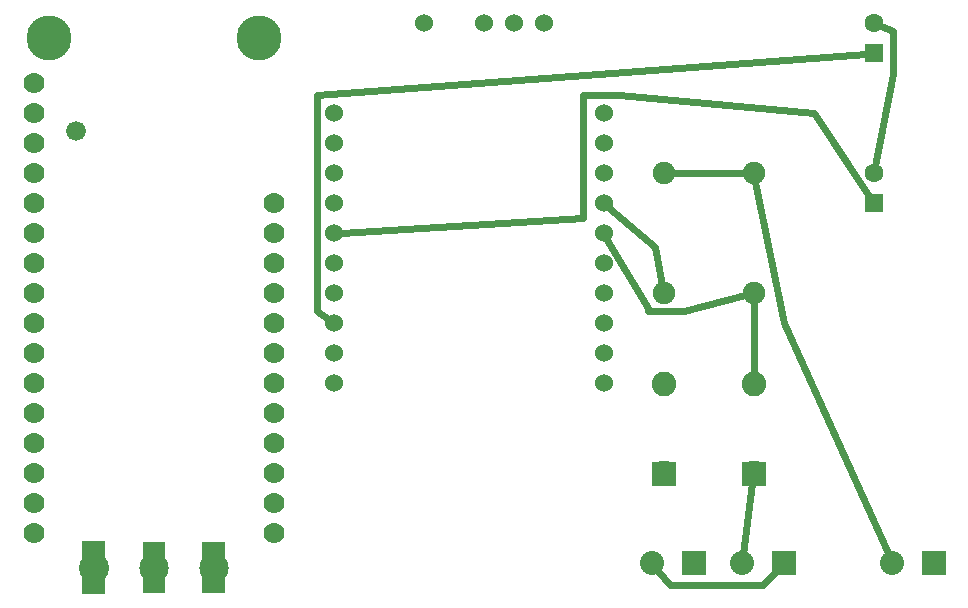
<source format=gbl>
G04 MADE WITH FRITZING*
G04 WWW.FRITZING.ORG*
G04 DOUBLE SIDED*
G04 HOLES PLATED*
G04 CONTOUR ON CENTER OF CONTOUR VECTOR*
%ASAXBY*%
%FSLAX23Y23*%
%MOIN*%
%OFA0B0*%
%SFA1.0B1.0*%
%ADD10C,0.082000*%
%ADD11C,0.062992*%
%ADD12C,0.080000*%
%ADD13C,0.060000*%
%ADD14C,0.075000*%
%ADD15C,0.070000*%
%ADD16C,0.098425*%
%ADD17C,0.150000*%
%ADD18C,0.100000*%
%ADD19C,0.066000*%
%ADD20R,0.082000X0.082000*%
%ADD21R,0.062992X0.062992*%
%ADD22R,0.080000X0.080000*%
%ADD23C,0.024000*%
%ADD24R,0.001000X0.001000*%
%LNCOPPER0*%
G90*
G70*
G54D10*
X2620Y718D03*
X2620Y1016D03*
X2320Y718D03*
X2320Y1016D03*
G54D11*
X3020Y2119D03*
X3020Y2218D03*
X3020Y1619D03*
X3020Y1718D03*
G54D12*
X3220Y418D03*
X3083Y418D03*
X2420Y418D03*
X2283Y418D03*
X2720Y418D03*
X2583Y418D03*
G54D13*
X1220Y1018D03*
X1220Y1118D03*
X1221Y1218D03*
X1221Y1318D03*
X1220Y1418D03*
X1220Y1518D03*
X1220Y1618D03*
X1220Y1718D03*
X1220Y1818D03*
X1220Y1918D03*
X2120Y1018D03*
X2120Y1118D03*
X2120Y1218D03*
X2120Y1318D03*
X2120Y1418D03*
X2120Y1518D03*
X2120Y1618D03*
X2120Y1718D03*
X2120Y1818D03*
X2120Y1918D03*
X1520Y2218D03*
X1720Y2218D03*
X1820Y2218D03*
X1920Y2218D03*
G54D14*
X2620Y1318D03*
X2620Y1718D03*
X2320Y1318D03*
X2320Y1718D03*
G54D15*
X1020Y1418D03*
G54D16*
X820Y403D03*
G54D17*
X270Y2168D03*
G54D16*
X622Y403D03*
G54D18*
X420Y403D03*
G54D19*
X360Y1858D03*
G54D15*
X1020Y1218D03*
X220Y2018D03*
X1020Y1618D03*
X220Y1918D03*
X220Y1818D03*
X220Y1718D03*
X220Y1618D03*
X220Y1518D03*
X220Y1418D03*
X1020Y1118D03*
X220Y1318D03*
X1020Y1318D03*
X220Y1218D03*
X1020Y1518D03*
X220Y1118D03*
G54D17*
X970Y2168D03*
G54D15*
X220Y1018D03*
X220Y918D03*
X220Y818D03*
X220Y718D03*
X220Y618D03*
X220Y518D03*
X1020Y518D03*
X1020Y618D03*
X1020Y718D03*
X1020Y818D03*
X1020Y918D03*
X1020Y1018D03*
G54D20*
X2620Y717D03*
X2320Y717D03*
G54D21*
X3020Y2119D03*
X3020Y1619D03*
G54D22*
X3220Y418D03*
X2420Y418D03*
X2720Y418D03*
G54D23*
X2616Y686D02*
X2586Y449D01*
D02*
X2821Y1918D02*
X2172Y1978D01*
D02*
X3005Y1642D02*
X2821Y1918D01*
D02*
X2172Y1978D02*
X2052Y1978D01*
X2052Y1978D02*
X2052Y1570D01*
X2052Y1570D02*
X1245Y1519D01*
D02*
X2139Y1602D02*
X2292Y1474D01*
X2292Y1474D02*
X2315Y1346D01*
D02*
X2620Y1048D02*
X2620Y1289D01*
D02*
X2133Y1496D02*
X2268Y1270D01*
X2268Y1270D02*
X2268Y1258D01*
X2268Y1258D02*
X2388Y1258D01*
X2388Y1258D02*
X2593Y1311D01*
D02*
X2592Y1718D02*
X2349Y1718D01*
D02*
X2722Y1219D02*
X2626Y1690D01*
D02*
X3070Y446D02*
X2722Y1219D01*
D02*
X1200Y1232D02*
X1164Y1258D01*
X1164Y1258D02*
X1164Y1978D01*
X1164Y1978D02*
X2994Y2117D01*
D02*
X2302Y394D02*
X2340Y346D01*
X2340Y346D02*
X2652Y346D01*
X2652Y346D02*
X2699Y395D01*
D02*
X3045Y2208D02*
X3084Y2194D01*
X3084Y2194D02*
X3084Y2050D01*
X3084Y2050D02*
X3025Y1744D01*
G54D24*
X383Y491D02*
X457Y491D01*
X382Y490D02*
X457Y490D01*
X585Y490D02*
X658Y490D01*
X783Y490D02*
X856Y490D01*
X382Y489D02*
X457Y489D01*
X585Y489D02*
X659Y489D01*
X783Y489D02*
X857Y489D01*
X382Y488D02*
X457Y488D01*
X585Y488D02*
X659Y488D01*
X783Y488D02*
X857Y488D01*
X382Y487D02*
X457Y487D01*
X585Y487D02*
X659Y487D01*
X783Y487D02*
X857Y487D01*
X382Y486D02*
X457Y486D01*
X585Y486D02*
X659Y486D01*
X783Y486D02*
X857Y486D01*
X382Y485D02*
X457Y485D01*
X585Y485D02*
X659Y485D01*
X783Y485D02*
X857Y485D01*
X382Y484D02*
X457Y484D01*
X585Y484D02*
X659Y484D01*
X783Y484D02*
X857Y484D01*
X382Y483D02*
X457Y483D01*
X585Y483D02*
X659Y483D01*
X783Y483D02*
X857Y483D01*
X382Y482D02*
X457Y482D01*
X585Y482D02*
X659Y482D01*
X783Y482D02*
X857Y482D01*
X382Y481D02*
X457Y481D01*
X585Y481D02*
X659Y481D01*
X783Y481D02*
X857Y481D01*
X382Y480D02*
X457Y480D01*
X585Y480D02*
X659Y480D01*
X783Y480D02*
X857Y480D01*
X382Y479D02*
X457Y479D01*
X585Y479D02*
X659Y479D01*
X783Y479D02*
X857Y479D01*
X382Y478D02*
X457Y478D01*
X585Y478D02*
X659Y478D01*
X783Y478D02*
X857Y478D01*
X382Y477D02*
X457Y477D01*
X585Y477D02*
X659Y477D01*
X783Y477D02*
X857Y477D01*
X382Y476D02*
X457Y476D01*
X585Y476D02*
X659Y476D01*
X783Y476D02*
X857Y476D01*
X382Y475D02*
X457Y475D01*
X585Y475D02*
X659Y475D01*
X783Y475D02*
X857Y475D01*
X382Y474D02*
X457Y474D01*
X585Y474D02*
X659Y474D01*
X783Y474D02*
X857Y474D01*
X382Y473D02*
X457Y473D01*
X585Y473D02*
X659Y473D01*
X783Y473D02*
X857Y473D01*
X382Y472D02*
X457Y472D01*
X585Y472D02*
X659Y472D01*
X783Y472D02*
X857Y472D01*
X382Y471D02*
X457Y471D01*
X585Y471D02*
X659Y471D01*
X783Y471D02*
X857Y471D01*
X382Y470D02*
X457Y470D01*
X585Y470D02*
X659Y470D01*
X783Y470D02*
X857Y470D01*
X382Y469D02*
X457Y469D01*
X585Y469D02*
X659Y469D01*
X783Y469D02*
X857Y469D01*
X382Y468D02*
X457Y468D01*
X585Y468D02*
X659Y468D01*
X783Y468D02*
X857Y468D01*
X382Y467D02*
X457Y467D01*
X585Y467D02*
X659Y467D01*
X783Y467D02*
X857Y467D01*
X382Y466D02*
X457Y466D01*
X585Y466D02*
X659Y466D01*
X783Y466D02*
X857Y466D01*
X382Y465D02*
X457Y465D01*
X585Y465D02*
X659Y465D01*
X783Y465D02*
X857Y465D01*
X382Y464D02*
X457Y464D01*
X585Y464D02*
X659Y464D01*
X783Y464D02*
X857Y464D01*
X382Y463D02*
X457Y463D01*
X585Y463D02*
X659Y463D01*
X783Y463D02*
X857Y463D01*
X382Y462D02*
X457Y462D01*
X585Y462D02*
X659Y462D01*
X783Y462D02*
X857Y462D01*
X382Y461D02*
X457Y461D01*
X585Y461D02*
X659Y461D01*
X783Y461D02*
X857Y461D01*
X382Y460D02*
X457Y460D01*
X585Y460D02*
X659Y460D01*
X783Y460D02*
X857Y460D01*
X382Y459D02*
X457Y459D01*
X585Y459D02*
X659Y459D01*
X783Y459D02*
X857Y459D01*
X382Y458D02*
X457Y458D01*
X585Y458D02*
X659Y458D01*
X783Y458D02*
X857Y458D01*
X382Y457D02*
X457Y457D01*
X585Y457D02*
X659Y457D01*
X783Y457D02*
X857Y457D01*
X382Y456D02*
X457Y456D01*
X585Y456D02*
X659Y456D01*
X783Y456D02*
X857Y456D01*
X382Y455D02*
X457Y455D01*
X585Y455D02*
X659Y455D01*
X783Y455D02*
X857Y455D01*
X382Y454D02*
X457Y454D01*
X585Y454D02*
X659Y454D01*
X783Y454D02*
X857Y454D01*
X382Y453D02*
X457Y453D01*
X585Y453D02*
X659Y453D01*
X783Y453D02*
X857Y453D01*
X382Y452D02*
X457Y452D01*
X585Y452D02*
X659Y452D01*
X783Y452D02*
X857Y452D01*
X382Y451D02*
X457Y451D01*
X585Y451D02*
X659Y451D01*
X783Y451D02*
X857Y451D01*
X382Y450D02*
X457Y450D01*
X585Y450D02*
X659Y450D01*
X783Y450D02*
X857Y450D01*
X382Y449D02*
X457Y449D01*
X585Y449D02*
X659Y449D01*
X783Y449D02*
X857Y449D01*
X382Y448D02*
X457Y448D01*
X585Y448D02*
X659Y448D01*
X783Y448D02*
X857Y448D01*
X382Y447D02*
X457Y447D01*
X585Y447D02*
X659Y447D01*
X783Y447D02*
X857Y447D01*
X382Y446D02*
X457Y446D01*
X585Y446D02*
X659Y446D01*
X783Y446D02*
X857Y446D01*
X382Y445D02*
X457Y445D01*
X585Y445D02*
X659Y445D01*
X783Y445D02*
X857Y445D01*
X382Y444D02*
X457Y444D01*
X585Y444D02*
X659Y444D01*
X783Y444D02*
X857Y444D01*
X382Y443D02*
X457Y443D01*
X585Y443D02*
X659Y443D01*
X783Y443D02*
X857Y443D01*
X382Y442D02*
X419Y442D01*
X421Y442D02*
X457Y442D01*
X585Y442D02*
X659Y442D01*
X783Y442D02*
X857Y442D01*
X382Y441D02*
X411Y441D01*
X429Y441D02*
X457Y441D01*
X585Y441D02*
X615Y441D01*
X629Y441D02*
X659Y441D01*
X783Y441D02*
X813Y441D01*
X827Y441D02*
X857Y441D01*
X382Y440D02*
X407Y440D01*
X432Y440D02*
X457Y440D01*
X585Y440D02*
X610Y440D01*
X633Y440D02*
X659Y440D01*
X783Y440D02*
X808Y440D01*
X831Y440D02*
X857Y440D01*
X382Y439D02*
X404Y439D01*
X435Y439D02*
X457Y439D01*
X585Y439D02*
X607Y439D01*
X636Y439D02*
X659Y439D01*
X783Y439D02*
X805Y439D01*
X834Y439D02*
X857Y439D01*
X382Y438D02*
X402Y438D01*
X437Y438D02*
X457Y438D01*
X585Y438D02*
X605Y438D01*
X638Y438D02*
X659Y438D01*
X783Y438D02*
X803Y438D01*
X836Y438D02*
X857Y438D01*
X382Y437D02*
X400Y437D01*
X439Y437D02*
X457Y437D01*
X585Y437D02*
X603Y437D01*
X640Y437D02*
X659Y437D01*
X783Y437D02*
X801Y437D01*
X838Y437D02*
X857Y437D01*
X382Y436D02*
X399Y436D01*
X441Y436D02*
X457Y436D01*
X585Y436D02*
X601Y436D01*
X642Y436D02*
X659Y436D01*
X783Y436D02*
X799Y436D01*
X840Y436D02*
X857Y436D01*
X382Y435D02*
X397Y435D01*
X442Y435D02*
X457Y435D01*
X585Y435D02*
X600Y435D01*
X643Y435D02*
X659Y435D01*
X783Y435D02*
X798Y435D01*
X841Y435D02*
X857Y435D01*
X382Y434D02*
X396Y434D01*
X443Y434D02*
X457Y434D01*
X585Y434D02*
X598Y434D01*
X645Y434D02*
X659Y434D01*
X783Y434D02*
X796Y434D01*
X843Y434D02*
X857Y434D01*
X382Y433D02*
X395Y433D01*
X445Y433D02*
X457Y433D01*
X585Y433D02*
X597Y433D01*
X646Y433D02*
X659Y433D01*
X783Y433D02*
X795Y433D01*
X844Y433D02*
X857Y433D01*
X382Y432D02*
X394Y432D01*
X446Y432D02*
X457Y432D01*
X585Y432D02*
X596Y432D01*
X647Y432D02*
X659Y432D01*
X783Y432D02*
X794Y432D01*
X845Y432D02*
X857Y432D01*
X382Y431D02*
X393Y431D01*
X447Y431D02*
X457Y431D01*
X585Y431D02*
X595Y431D01*
X648Y431D02*
X659Y431D01*
X783Y431D02*
X793Y431D01*
X846Y431D02*
X857Y431D01*
X382Y430D02*
X392Y430D01*
X448Y430D02*
X457Y430D01*
X585Y430D02*
X594Y430D01*
X649Y430D02*
X659Y430D01*
X783Y430D02*
X792Y430D01*
X847Y430D02*
X857Y430D01*
X382Y429D02*
X391Y429D01*
X449Y429D02*
X457Y429D01*
X585Y429D02*
X593Y429D01*
X650Y429D02*
X659Y429D01*
X783Y429D02*
X791Y429D01*
X848Y429D02*
X857Y429D01*
X382Y428D02*
X390Y428D01*
X450Y428D02*
X457Y428D01*
X585Y428D02*
X592Y428D01*
X651Y428D02*
X659Y428D01*
X783Y428D02*
X790Y428D01*
X849Y428D02*
X857Y428D01*
X382Y427D02*
X389Y427D01*
X450Y427D02*
X457Y427D01*
X585Y427D02*
X591Y427D01*
X652Y427D02*
X659Y427D01*
X783Y427D02*
X789Y427D01*
X850Y427D02*
X857Y427D01*
X382Y426D02*
X388Y426D01*
X451Y426D02*
X457Y426D01*
X585Y426D02*
X591Y426D01*
X653Y426D02*
X659Y426D01*
X783Y426D02*
X789Y426D01*
X851Y426D02*
X857Y426D01*
X382Y425D02*
X388Y425D01*
X452Y425D02*
X457Y425D01*
X585Y425D02*
X590Y425D01*
X653Y425D02*
X659Y425D01*
X783Y425D02*
X788Y425D01*
X851Y425D02*
X857Y425D01*
X382Y424D02*
X387Y424D01*
X452Y424D02*
X457Y424D01*
X585Y424D02*
X589Y424D01*
X654Y424D02*
X659Y424D01*
X783Y424D02*
X787Y424D01*
X852Y424D02*
X857Y424D01*
X382Y423D02*
X386Y423D01*
X453Y423D02*
X457Y423D01*
X585Y423D02*
X589Y423D01*
X655Y423D02*
X659Y423D01*
X783Y423D02*
X787Y423D01*
X853Y423D02*
X857Y423D01*
X382Y422D02*
X386Y422D01*
X454Y422D02*
X457Y422D01*
X585Y422D02*
X588Y422D01*
X655Y422D02*
X659Y422D01*
X783Y422D02*
X786Y422D01*
X853Y422D02*
X857Y422D01*
X382Y421D02*
X385Y421D01*
X454Y421D02*
X457Y421D01*
X585Y421D02*
X588Y421D01*
X656Y421D02*
X659Y421D01*
X783Y421D02*
X786Y421D01*
X854Y421D02*
X857Y421D01*
X382Y420D02*
X385Y420D01*
X455Y420D02*
X457Y420D01*
X585Y420D02*
X587Y420D01*
X656Y420D02*
X659Y420D01*
X783Y420D02*
X785Y420D01*
X854Y420D02*
X857Y420D01*
X382Y419D02*
X384Y419D01*
X455Y419D02*
X457Y419D01*
X585Y419D02*
X587Y419D01*
X657Y419D02*
X659Y419D01*
X783Y419D02*
X785Y419D01*
X855Y419D02*
X857Y419D01*
X382Y418D02*
X384Y418D01*
X455Y418D02*
X457Y418D01*
X585Y418D02*
X586Y418D01*
X657Y418D02*
X659Y418D01*
X783Y418D02*
X784Y418D01*
X855Y418D02*
X857Y418D01*
X382Y417D02*
X384Y417D01*
X456Y417D02*
X457Y417D01*
X585Y417D02*
X586Y417D01*
X657Y417D02*
X659Y417D01*
X783Y417D02*
X784Y417D01*
X855Y417D02*
X857Y417D01*
X382Y416D02*
X383Y416D01*
X456Y416D02*
X457Y416D01*
X585Y416D02*
X586Y416D01*
X658Y416D02*
X659Y416D01*
X783Y416D02*
X784Y416D01*
X856Y416D02*
X857Y416D01*
X382Y415D02*
X383Y415D01*
X456Y415D02*
X457Y415D01*
X585Y415D02*
X585Y415D01*
X658Y415D02*
X659Y415D01*
X783Y415D02*
X783Y415D01*
X856Y415D02*
X857Y415D01*
X382Y414D02*
X383Y414D01*
X457Y414D02*
X457Y414D01*
X585Y414D02*
X585Y414D01*
X658Y414D02*
X659Y414D01*
X783Y414D02*
X783Y414D01*
X856Y414D02*
X857Y414D01*
X382Y413D02*
X382Y413D01*
X457Y413D02*
X457Y413D01*
X585Y413D02*
X585Y413D01*
X659Y413D02*
X659Y413D01*
X783Y413D02*
X783Y413D01*
X857Y413D02*
X857Y413D01*
X382Y412D02*
X382Y412D01*
X457Y412D02*
X457Y412D01*
X585Y412D02*
X585Y412D01*
X659Y412D02*
X659Y412D01*
X783Y412D02*
X783Y412D01*
X857Y412D02*
X857Y412D01*
X382Y411D02*
X382Y411D01*
X457Y411D02*
X457Y411D01*
X659Y411D02*
X659Y411D01*
X857Y411D02*
X857Y411D01*
X382Y398D02*
X382Y398D01*
X457Y398D02*
X457Y398D01*
X382Y397D02*
X382Y397D01*
X457Y397D02*
X457Y397D01*
X659Y397D02*
X659Y397D01*
X857Y397D02*
X857Y397D01*
X382Y396D02*
X382Y396D01*
X457Y396D02*
X457Y396D01*
X585Y396D02*
X585Y396D01*
X659Y396D02*
X659Y396D01*
X783Y396D02*
X783Y396D01*
X857Y396D02*
X857Y396D01*
X382Y395D02*
X383Y395D01*
X457Y395D02*
X457Y395D01*
X585Y395D02*
X585Y395D01*
X658Y395D02*
X659Y395D01*
X783Y395D02*
X783Y395D01*
X856Y395D02*
X857Y395D01*
X382Y394D02*
X383Y394D01*
X457Y394D02*
X457Y394D01*
X585Y394D02*
X585Y394D01*
X658Y394D02*
X659Y394D01*
X783Y394D02*
X783Y394D01*
X856Y394D02*
X857Y394D01*
X382Y393D02*
X383Y393D01*
X456Y393D02*
X457Y393D01*
X585Y393D02*
X585Y393D01*
X658Y393D02*
X659Y393D01*
X783Y393D02*
X783Y393D01*
X856Y393D02*
X857Y393D01*
X382Y392D02*
X384Y392D01*
X456Y392D02*
X457Y392D01*
X585Y392D02*
X586Y392D01*
X657Y392D02*
X659Y392D01*
X783Y392D02*
X784Y392D01*
X855Y392D02*
X857Y392D01*
X382Y391D02*
X384Y391D01*
X456Y391D02*
X457Y391D01*
X585Y391D02*
X586Y391D01*
X657Y391D02*
X659Y391D01*
X783Y391D02*
X784Y391D01*
X855Y391D02*
X857Y391D01*
X382Y390D02*
X384Y390D01*
X455Y390D02*
X457Y390D01*
X585Y390D02*
X586Y390D01*
X657Y390D02*
X659Y390D01*
X783Y390D02*
X784Y390D01*
X855Y390D02*
X857Y390D01*
X382Y389D02*
X385Y389D01*
X455Y389D02*
X457Y389D01*
X585Y389D02*
X587Y389D01*
X656Y389D02*
X659Y389D01*
X783Y389D02*
X785Y389D01*
X854Y389D02*
X857Y389D01*
X382Y388D02*
X385Y388D01*
X454Y388D02*
X457Y388D01*
X585Y388D02*
X587Y388D01*
X656Y388D02*
X659Y388D01*
X783Y388D02*
X785Y388D01*
X854Y388D02*
X857Y388D01*
X382Y387D02*
X386Y387D01*
X454Y387D02*
X457Y387D01*
X585Y387D02*
X588Y387D01*
X655Y387D02*
X659Y387D01*
X783Y387D02*
X786Y387D01*
X853Y387D02*
X857Y387D01*
X382Y386D02*
X386Y386D01*
X453Y386D02*
X457Y386D01*
X585Y386D02*
X588Y386D01*
X655Y386D02*
X659Y386D01*
X783Y386D02*
X786Y386D01*
X853Y386D02*
X857Y386D01*
X382Y385D02*
X387Y385D01*
X453Y385D02*
X457Y385D01*
X585Y385D02*
X589Y385D01*
X654Y385D02*
X659Y385D01*
X783Y385D02*
X787Y385D01*
X852Y385D02*
X857Y385D01*
X382Y384D02*
X387Y384D01*
X452Y384D02*
X457Y384D01*
X585Y384D02*
X590Y384D01*
X654Y384D02*
X659Y384D01*
X783Y384D02*
X788Y384D01*
X852Y384D02*
X857Y384D01*
X382Y383D02*
X388Y383D01*
X451Y383D02*
X457Y383D01*
X585Y383D02*
X590Y383D01*
X653Y383D02*
X659Y383D01*
X783Y383D02*
X788Y383D01*
X851Y383D02*
X857Y383D01*
X382Y382D02*
X389Y382D01*
X451Y382D02*
X457Y382D01*
X585Y382D02*
X591Y382D01*
X652Y382D02*
X659Y382D01*
X783Y382D02*
X789Y382D01*
X850Y382D02*
X857Y382D01*
X382Y381D02*
X389Y381D01*
X450Y381D02*
X457Y381D01*
X585Y381D02*
X592Y381D01*
X652Y381D02*
X659Y381D01*
X783Y381D02*
X790Y381D01*
X849Y381D02*
X857Y381D01*
X382Y380D02*
X390Y380D01*
X449Y380D02*
X457Y380D01*
X585Y380D02*
X593Y380D01*
X651Y380D02*
X659Y380D01*
X783Y380D02*
X791Y380D01*
X849Y380D02*
X857Y380D01*
X382Y379D02*
X391Y379D01*
X448Y379D02*
X457Y379D01*
X585Y379D02*
X594Y379D01*
X650Y379D02*
X659Y379D01*
X783Y379D02*
X792Y379D01*
X848Y379D02*
X857Y379D01*
X382Y378D02*
X392Y378D01*
X447Y378D02*
X457Y378D01*
X585Y378D02*
X594Y378D01*
X649Y378D02*
X659Y378D01*
X783Y378D02*
X792Y378D01*
X847Y378D02*
X857Y378D01*
X382Y377D02*
X393Y377D01*
X446Y377D02*
X457Y377D01*
X585Y377D02*
X595Y377D01*
X648Y377D02*
X659Y377D01*
X783Y377D02*
X793Y377D01*
X846Y377D02*
X857Y377D01*
X382Y376D02*
X394Y376D01*
X445Y376D02*
X457Y376D01*
X585Y376D02*
X597Y376D01*
X647Y376D02*
X659Y376D01*
X783Y376D02*
X795Y376D01*
X845Y376D02*
X857Y376D01*
X382Y375D02*
X395Y375D01*
X444Y375D02*
X457Y375D01*
X585Y375D02*
X598Y375D01*
X645Y375D02*
X659Y375D01*
X783Y375D02*
X796Y375D01*
X843Y375D02*
X857Y375D01*
X382Y374D02*
X397Y374D01*
X443Y374D02*
X457Y374D01*
X585Y374D02*
X599Y374D01*
X644Y374D02*
X659Y374D01*
X783Y374D02*
X797Y374D01*
X842Y374D02*
X857Y374D01*
X382Y373D02*
X398Y373D01*
X441Y373D02*
X457Y373D01*
X585Y373D02*
X601Y373D01*
X643Y373D02*
X659Y373D01*
X783Y373D02*
X799Y373D01*
X841Y373D02*
X857Y373D01*
X382Y372D02*
X400Y372D01*
X440Y372D02*
X457Y372D01*
X585Y372D02*
X602Y372D01*
X641Y372D02*
X659Y372D01*
X783Y372D02*
X800Y372D01*
X839Y372D02*
X857Y372D01*
X382Y371D02*
X401Y371D01*
X438Y371D02*
X457Y371D01*
X585Y371D02*
X604Y371D01*
X639Y371D02*
X659Y371D01*
X783Y371D02*
X802Y371D01*
X837Y371D02*
X857Y371D01*
X382Y370D02*
X403Y370D01*
X436Y370D02*
X457Y370D01*
X585Y370D02*
X606Y370D01*
X637Y370D02*
X659Y370D01*
X783Y370D02*
X804Y370D01*
X835Y370D02*
X857Y370D01*
X382Y369D02*
X406Y369D01*
X434Y369D02*
X457Y369D01*
X585Y369D02*
X609Y369D01*
X635Y369D02*
X659Y369D01*
X783Y369D02*
X807Y369D01*
X833Y369D02*
X857Y369D01*
X382Y368D02*
X409Y368D01*
X431Y368D02*
X457Y368D01*
X585Y368D02*
X612Y368D01*
X631Y368D02*
X659Y368D01*
X783Y368D02*
X810Y368D01*
X829Y368D02*
X857Y368D01*
X382Y367D02*
X413Y367D01*
X426Y367D02*
X457Y367D01*
X585Y367D02*
X619Y367D01*
X625Y367D02*
X659Y367D01*
X783Y367D02*
X817Y367D01*
X823Y367D02*
X857Y367D01*
X382Y366D02*
X457Y366D01*
X585Y366D02*
X659Y366D01*
X783Y366D02*
X857Y366D01*
X382Y365D02*
X457Y365D01*
X585Y365D02*
X659Y365D01*
X783Y365D02*
X857Y365D01*
X382Y364D02*
X457Y364D01*
X585Y364D02*
X659Y364D01*
X783Y364D02*
X857Y364D01*
X382Y363D02*
X457Y363D01*
X585Y363D02*
X659Y363D01*
X783Y363D02*
X857Y363D01*
X382Y362D02*
X457Y362D01*
X585Y362D02*
X659Y362D01*
X783Y362D02*
X857Y362D01*
X382Y361D02*
X457Y361D01*
X585Y361D02*
X659Y361D01*
X783Y361D02*
X857Y361D01*
X382Y360D02*
X457Y360D01*
X585Y360D02*
X659Y360D01*
X783Y360D02*
X857Y360D01*
X382Y359D02*
X457Y359D01*
X585Y359D02*
X659Y359D01*
X783Y359D02*
X857Y359D01*
X382Y358D02*
X457Y358D01*
X585Y358D02*
X659Y358D01*
X783Y358D02*
X857Y358D01*
X382Y357D02*
X457Y357D01*
X585Y357D02*
X659Y357D01*
X783Y357D02*
X857Y357D01*
X382Y356D02*
X457Y356D01*
X585Y356D02*
X659Y356D01*
X783Y356D02*
X857Y356D01*
X382Y355D02*
X457Y355D01*
X585Y355D02*
X659Y355D01*
X783Y355D02*
X857Y355D01*
X382Y354D02*
X457Y354D01*
X585Y354D02*
X659Y354D01*
X783Y354D02*
X857Y354D01*
X382Y353D02*
X457Y353D01*
X585Y353D02*
X659Y353D01*
X783Y353D02*
X857Y353D01*
X382Y352D02*
X457Y352D01*
X585Y352D02*
X659Y352D01*
X783Y352D02*
X857Y352D01*
X382Y351D02*
X457Y351D01*
X585Y351D02*
X659Y351D01*
X783Y351D02*
X857Y351D01*
X382Y350D02*
X457Y350D01*
X585Y350D02*
X659Y350D01*
X783Y350D02*
X857Y350D01*
X382Y349D02*
X457Y349D01*
X585Y349D02*
X659Y349D01*
X783Y349D02*
X857Y349D01*
X382Y348D02*
X457Y348D01*
X585Y348D02*
X659Y348D01*
X783Y348D02*
X857Y348D01*
X382Y347D02*
X457Y347D01*
X585Y347D02*
X659Y347D01*
X783Y347D02*
X857Y347D01*
X382Y346D02*
X457Y346D01*
X585Y346D02*
X659Y346D01*
X783Y346D02*
X857Y346D01*
X382Y345D02*
X457Y345D01*
X585Y345D02*
X659Y345D01*
X783Y345D02*
X857Y345D01*
X382Y344D02*
X457Y344D01*
X585Y344D02*
X659Y344D01*
X783Y344D02*
X857Y344D01*
X382Y343D02*
X457Y343D01*
X585Y343D02*
X659Y343D01*
X783Y343D02*
X857Y343D01*
X382Y342D02*
X457Y342D01*
X585Y342D02*
X659Y342D01*
X783Y342D02*
X857Y342D01*
X382Y341D02*
X457Y341D01*
X585Y341D02*
X659Y341D01*
X783Y341D02*
X857Y341D01*
X382Y340D02*
X457Y340D01*
X585Y340D02*
X659Y340D01*
X783Y340D02*
X857Y340D01*
X382Y339D02*
X457Y339D01*
X585Y339D02*
X659Y339D01*
X783Y339D02*
X857Y339D01*
X382Y338D02*
X457Y338D01*
X585Y338D02*
X659Y338D01*
X783Y338D02*
X857Y338D01*
X382Y337D02*
X457Y337D01*
X585Y337D02*
X659Y337D01*
X783Y337D02*
X857Y337D01*
X382Y336D02*
X457Y336D01*
X585Y336D02*
X659Y336D01*
X783Y336D02*
X857Y336D01*
X382Y335D02*
X457Y335D01*
X585Y335D02*
X659Y335D01*
X783Y335D02*
X857Y335D01*
X382Y334D02*
X457Y334D01*
X585Y334D02*
X659Y334D01*
X783Y334D02*
X857Y334D01*
X382Y333D02*
X457Y333D01*
X585Y333D02*
X659Y333D01*
X783Y333D02*
X857Y333D01*
X382Y332D02*
X457Y332D01*
X585Y332D02*
X659Y332D01*
X783Y332D02*
X857Y332D01*
X382Y331D02*
X457Y331D01*
X585Y331D02*
X659Y331D01*
X783Y331D02*
X857Y331D01*
X382Y330D02*
X457Y330D01*
X585Y330D02*
X659Y330D01*
X783Y330D02*
X857Y330D01*
X382Y329D02*
X457Y329D01*
X585Y329D02*
X659Y329D01*
X783Y329D02*
X857Y329D01*
X382Y328D02*
X457Y328D01*
X585Y328D02*
X659Y328D01*
X783Y328D02*
X857Y328D01*
X382Y327D02*
X457Y327D01*
X585Y327D02*
X659Y327D01*
X783Y327D02*
X857Y327D01*
X382Y326D02*
X457Y326D01*
X585Y326D02*
X659Y326D01*
X783Y326D02*
X857Y326D01*
X382Y325D02*
X457Y325D01*
X585Y325D02*
X659Y325D01*
X783Y325D02*
X857Y325D01*
X382Y324D02*
X457Y324D01*
X585Y324D02*
X659Y324D01*
X783Y324D02*
X857Y324D01*
X382Y323D02*
X457Y323D01*
X585Y323D02*
X659Y323D01*
X783Y323D02*
X857Y323D01*
X382Y322D02*
X457Y322D01*
X585Y322D02*
X659Y322D01*
X783Y322D02*
X857Y322D01*
X382Y321D02*
X457Y321D01*
X585Y321D02*
X659Y321D01*
X783Y321D02*
X857Y321D01*
X382Y320D02*
X457Y320D01*
X585Y320D02*
X659Y320D01*
X783Y320D02*
X857Y320D01*
X382Y319D02*
X457Y319D01*
X585Y319D02*
X659Y319D01*
X783Y319D02*
X857Y319D01*
X382Y318D02*
X457Y318D01*
D02*
G04 End of Copper0*
M02*
</source>
